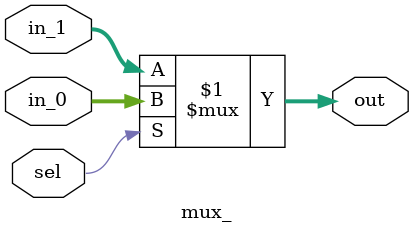
<source format=sv>
module mux_
#(
	// Parameter Declarations
	parameter WL = 32  // Register Word-Length 
	 
	)
	(

input logic [WL-1:0] in_0,
input logic [WL-1:0] in_1,

input logic sel,

output logic [WL-1:0] out
);

assign out = sel ? in_0:in_1;

endmodule 



</source>
